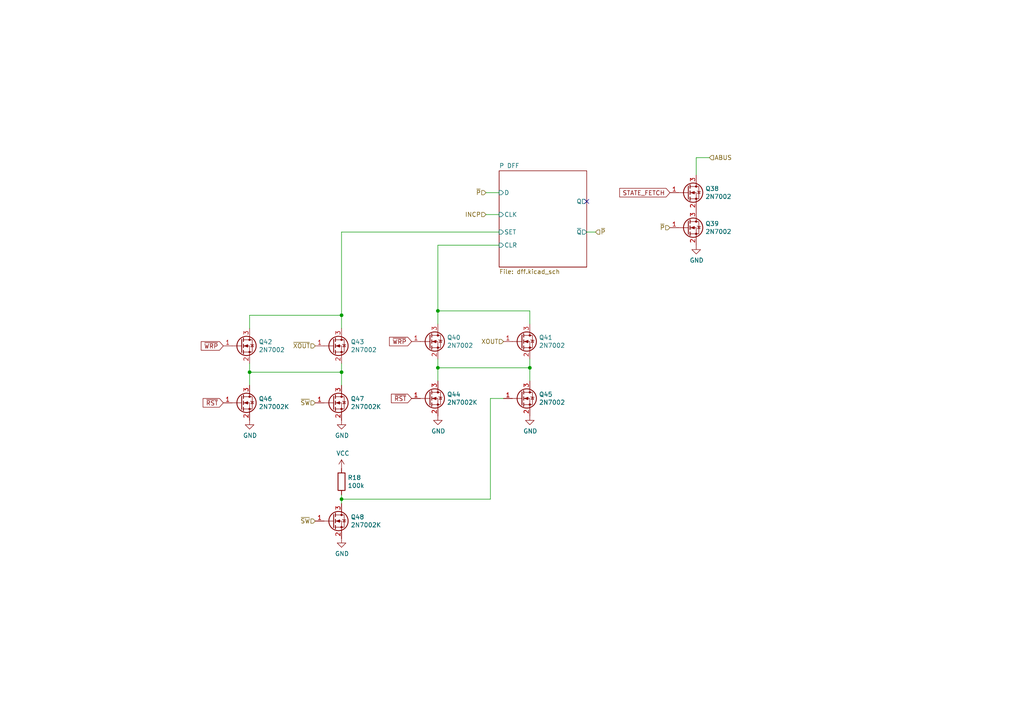
<source format=kicad_sch>
(kicad_sch (version 20230121) (generator eeschema)
  (paper "A4")
  (title_block (title "Q2 Computer") (date "2022-04-16") (rev "4c") (company "joewing.net"))
  (lib_symbols
    (symbol "Device:R" (pin_numbers hide) (pin_names (offset 0))
      (property "Reference" "R" (at 2.032 0 90))
      (property "Value" "R" (at 0 0 90))
      (symbol "R_0_1"
        (rectangle (start -1.016 -2.54) (end 1.016 2.54) (stroke (width 0.254)))
      )
      (symbol "R_1_1"
        (pin passive line (at 0 3.81 270) (length 1.27) (name "~") (number "1"))
        (pin passive line (at 0 -3.81 90) (length 1.27) (name "~") (number "2"))
      )
    )
    (symbol "Transistor_FET:2N7002" (pin_names hide)
      (property "Reference" "Q" (at 5.08 1.905 0))
      (property "Value" "2N7002" (at 5.08 0 0))
      (symbol "2N7002_0_1"
        (polyline (pts (xy 0.254 0) (xy -2.54 0)))
        (polyline (pts (xy 0.254 1.905) (xy 0.254 -1.905)) (stroke (width 0.254)))
        (polyline (pts (xy 0.762 -1.27) (xy 0.762 -2.286)) (stroke (width 0.254)))
        (polyline (pts (xy 0.762 0.508) (xy 0.762 -0.508)) (stroke (width 0.254)))
        (polyline (pts (xy 0.762 2.286) (xy 0.762 1.27)) (stroke (width 0.254)))
        (polyline (pts (xy 2.54 2.54) (xy 2.54 1.778)))
        (polyline (pts (xy 2.54 -2.54) (xy 2.54 0) (xy 0.762 0)))
        (polyline (pts (xy 0.762 -1.778) (xy 3.302 -1.778) (xy 3.302 1.778) (xy 0.762 1.778)))
        (polyline (pts (xy 1.016 0) (xy 2.032 0.381) (xy 2.032 -0.381) (xy 1.016 0)) (fill (type outline)))
        (polyline (pts (xy 2.794 0.508) (xy 2.921 0.381) (xy 3.683 0.381) (xy 3.81 0.254)))
        (polyline (pts (xy 3.302 0.381) (xy 2.921 -0.254) (xy 3.683 -0.254) (xy 3.302 0.381)))
        (circle (center 1.651 0) (radius 2.794) (stroke (width 0.254)))
        (circle (center 2.54 -1.778) (radius 0.254) (fill (type outline)))
        (circle (center 2.54 1.778) (radius 0.254) (fill (type outline)))
      )
      (symbol "2N7002_1_1"
        (pin input line (at -5.08 0 0) (length 2.54) (name "G") (number "1"))
        (pin passive line (at 2.54 -5.08 90) (length 2.54) (name "S") (number "2"))
        (pin passive line (at 2.54 5.08 270) (length 2.54) (name "D") (number "3"))
      )
    )
    (symbol "power:GND" (power) (pin_names (offset 0))
      (property "Value" "GND" (at 0 -3.81 0))
      (symbol "GND_0_1"
        (polyline (pts (xy 0 0) (xy 0 -1.27) (xy 1.27 -1.27) (xy 0 -2.54) (xy -1.27 -1.27) (xy 0 -1.27)))
      )
      (symbol "GND_1_1"
        (pin power_in line (at 0 0 270) (length 0) hide (name "GND") (number "1"))
      )
    )
    (symbol "power:VCC" (power) (pin_names (offset 0))
      (property "Value" "VCC" (at 0 3.81 0))
      (symbol "VCC_0_1"
        (polyline (pts (xy -0.762 1.27) (xy 0 2.54)))
        (polyline (pts (xy 0 0) (xy 0 2.54)))
        (polyline (pts (xy 0 2.54) (xy 0.762 1.27)))
      )
      (symbol "VCC_1_1"
        (pin power_in line (at 0 0 90) (length 0) hide (name "VCC") (number "1"))
      )
    )
  )
  (junction (at 153.67 106.68))
  (junction (at 99.06 144.78))
  (junction (at 99.06 107.95))
  (junction (at 127 106.68))
  (junction (at 99.06 91.44))
  (junction (at 127 90.17))
  (junction (at 72.39 107.95))
  (no_connect (at 170.18 58.42))
  (wire (pts (xy 142.24 115.57) (xy 146.05 115.57)))
  (wire (pts (xy 127 90.17) (xy 153.67 90.17)))
  (wire (pts (xy 99.06 107.95) (xy 99.06 105.41)))
  (wire (pts (xy 99.06 91.44) (xy 99.06 95.25)))
  (wire (pts (xy 99.06 67.31) (xy 144.78 67.31)))
  (wire (pts (xy 127 104.14) (xy 127 106.68)))
  (wire (pts (xy 142.24 144.78) (xy 142.24 115.57)))
  (wire (pts (xy 99.06 144.78) (xy 99.06 146.05)))
  (wire (pts (xy 127 90.17) (xy 127 71.12)))
  (wire (pts (xy 72.39 105.41) (xy 72.39 107.95)))
  (wire (pts (xy 172.72 67.31) (xy 170.18 67.31)))
  (wire (pts (xy 99.06 143.51) (xy 99.06 144.78)))
  (wire (pts (xy 205.74 45.72) (xy 201.93 45.72)))
  (wire (pts (xy 153.67 90.17) (xy 153.67 93.98)))
  (wire (pts (xy 99.06 91.44) (xy 99.06 67.31)))
  (wire (pts (xy 127 93.98) (xy 127 90.17)))
  (wire (pts (xy 140.97 55.88) (xy 144.78 55.88)))
  (wire (pts (xy 72.39 91.44) (xy 99.06 91.44)))
  (wire (pts (xy 72.39 95.25) (xy 72.39 91.44)))
  (wire (pts (xy 127 106.68) (xy 153.67 106.68)))
  (wire (pts (xy 140.97 62.23) (xy 144.78 62.23)))
  (wire (pts (xy 127 71.12) (xy 144.78 71.12)))
  (wire (pts (xy 153.67 106.68) (xy 153.67 104.14)))
  (wire (pts (xy 72.39 107.95) (xy 99.06 107.95)))
  (wire (pts (xy 127 106.68) (xy 127 110.49)))
  (wire (pts (xy 99.06 144.78) (xy 142.24 144.78)))
  (wire (pts (xy 153.67 106.68) (xy 153.67 110.49)))
  (wire (pts (xy 201.93 45.72) (xy 201.93 50.8)))
  (wire (pts (xy 99.06 107.95) (xy 99.06 111.76)))
  (wire (pts (xy 72.39 107.95) (xy 72.39 111.76)))
  (global_label "~{WRP}" (shape input) (at 64.77 100.33 180) (property "Intersheetrefs" "${INTERSHEET_REFS}" (effects hide)))
  (global_label "~{WRP}" (shape input) (at 119.38 99.06 180) (property "Intersheetrefs" "${INTERSHEET_REFS}" (effects hide)))
  (global_label "STATE_FETCH" (shape input) (at 194.31 55.88 180) (property "Intersheetrefs" "${INTERSHEET_REFS}" (effects hide)))
  (global_label "~{RST}" (shape input) (at 64.77 116.84 180) (property "Intersheetrefs" "${INTERSHEET_REFS}" (effects hide)))
  (global_label "~{RST}" (shape input) (at 119.38 115.57 180) (property "Intersheetrefs" "${INTERSHEET_REFS}" (effects hide)))
  (hierarchical_label "~{SW}" (shape input) (at 91.44 116.84 180))
  (hierarchical_label "XOUT" (shape input) (at 146.05 99.06 180))
  (hierarchical_label "~{P}" (shape input) (at 172.72 67.31 0))
  (hierarchical_label "ABUS" (shape input) (at 205.74 45.72 0))
  (hierarchical_label "~{SW}" (shape input) (at 91.44 151.13 180))
  (hierarchical_label "INCP" (shape input) (at 140.97 62.23 180))
  (hierarchical_label "~{P}" (shape input) (at 140.97 55.88 180))
  (hierarchical_label "~{P}" (shape input) (at 194.31 66.04 180))
  (hierarchical_label "~{XOUT}" (shape input) (at 91.44 100.33 180))
  (symbol (lib_id "Transistor_FET:2N7002") (at 199.39 66.04 0) (unit 1)
    (property "Reference" "Q39" (at 204.5716 64.8716 0) (effects (justify left)))
    (property "Value" "2N7002" (at 204.5716 67.183 0) (effects (justify left)))
    (property "Footprint" "Package_TO_SOT_SMD:SOT-23" (effects hide))
    (property "LCSC" "C181083" (effects hide))
    (property "Manufacturer" "Guangdong Hottech" (effects hide))
    (property "Part Number" "2N7002" (effects hide))
    (property "Package" "SOT-23" (effects hide))
    (property "Type" "SMD" (effects hide))
    (instances (project "q2" (path "" (reference "Q39") (unit 1)) (path "" (reference "Q851") (unit 1)) (path "" (reference "Q109") (unit 1)) (path "" (reference "Q368") (unit 1)) (path "" (reference "Q179") (unit 1)) (path "" (reference "Q436") (unit 1)) (path "" (reference "Q249") (unit 1)) (path "" (reference "Q773") (unit 1)) (path "" (reference "Q319") (unit 1)) (path "" (reference "Q504") (unit 1)) (path "" (reference "Q919") (unit 1)) (path "" (reference "Q572") (unit 1))))
  )
  (symbol (lib_id "power:GND") (at 201.93 71.12 0) (unit 1)
    (property "Reference" "#PWR036" (effects hide))
    (property "Value" "GND" (at 202.057 75.5142 0))
    (instances (project "q2" (path "" (reference "#PWR036") (unit 1)) (path "" (reference "#PWR0736") (unit 1)) (path "" (reference "#PWR089") (unit 1)) (path "" (reference "#PWR0284") (unit 1)) (path "" (reference "#PWR0142") (unit 1)) (path "" (reference "#PWR0335") (unit 1)) (path "" (reference "#PWR0195") (unit 1)) (path "" (reference "#PWR0654") (unit 1)) (path "" (reference "#PWR0248") (unit 1)) (path "" (reference "#PWR0386") (unit 1)) (path "" (reference "#PWR0787") (unit 1)) (path "" (reference "#PWR0437") (unit 1))))
  )
  (symbol (lib_id "Transistor_FET:2N7002") (at 199.39 55.88 0) (unit 1)
    (property "Reference" "Q38" (at 204.5716 54.7116 0) (effects (justify left)))
    (property "Value" "2N7002" (at 204.5716 57.023 0) (effects (justify left)))
    (property "Footprint" "Package_TO_SOT_SMD:SOT-23" (effects hide))
    (property "LCSC" "C181083" (effects hide))
    (property "Manufacturer" "Guangdong Hottech" (effects hide))
    (property "Part Number" "2N7002" (effects hide))
    (property "Package" "SOT-23" (effects hide))
    (property "Type" "SMD" (effects hide))
    (instances (project "q2" (path "" (reference "Q38") (unit 1)) (path "" (reference "Q850") (unit 1)) (path "" (reference "Q108") (unit 1)) (path "" (reference "Q367") (unit 1)) (path "" (reference "Q178") (unit 1)) (path "" (reference "Q435") (unit 1)) (path "" (reference "Q248") (unit 1)) (path "" (reference "Q772") (unit 1)) (path "" (reference "Q318") (unit 1)) (path "" (reference "Q503") (unit 1)) (path "" (reference "Q918") (unit 1)) (path "" (reference "Q571") (unit 1))))
  )
  (symbol (lib_id "Transistor_FET:2N7002") (at 151.13 99.06 0) (unit 1)
    (property "Reference" "Q41" (at 156.3116 97.8916 0) (effects (justify left)))
    (property "Value" "2N7002" (at 156.3116 100.203 0) (effects (justify left)))
    (property "Footprint" "Package_TO_SOT_SMD:SOT-23" (effects hide))
    (property "LCSC" "C181083" (effects hide))
    (property "Manufacturer" "Guangdong Hottech" (effects hide))
    (property "Part Number" "2N7002" (effects hide))
    (property "Package" "SOT-23" (effects hide))
    (property "Type" "SMD" (effects hide))
    (instances (project "q2" (path "" (reference "Q41") (unit 1)) (path "" (reference "Q853") (unit 1)) (path "" (reference "Q111") (unit 1)) (path "" (reference "Q370") (unit 1)) (path "" (reference "Q181") (unit 1)) (path "" (reference "Q438") (unit 1)) (path "" (reference "Q251") (unit 1)) (path "" (reference "Q775") (unit 1)) (path "" (reference "Q321") (unit 1)) (path "" (reference "Q506") (unit 1)) (path "" (reference "Q921") (unit 1)) (path "" (reference "Q574") (unit 1))))
  )
  (symbol (lib_id "Transistor_FET:2N7002") (at 124.46 99.06 0) (unit 1)
    (property "Reference" "Q40" (at 129.6416 97.8916 0) (effects (justify left)))
    (property "Value" "2N7002" (at 129.6416 100.203 0) (effects (justify left)))
    (property "Footprint" "Package_TO_SOT_SMD:SOT-23" (effects hide))
    (property "LCSC" "C181083" (effects hide))
    (property "Manufacturer" "Guangdong Hottech" (effects hide))
    (property "Part Number" "2N7002" (effects hide))
    (property "Package" "SOT-23" (effects hide))
    (property "Type" "SMD" (effects hide))
    (instances (project "q2" (path "" (reference "Q40") (unit 1)) (path "" (reference "Q852") (unit 1)) (path "" (reference "Q110") (unit 1)) (path "" (reference "Q369") (unit 1)) (path "" (reference "Q180") (unit 1)) (path "" (reference "Q437") (unit 1)) (path "" (reference "Q250") (unit 1)) (path "" (reference "Q774") (unit 1)) (path "" (reference "Q320") (unit 1)) (path "" (reference "Q505") (unit 1)) (path "" (reference "Q920") (unit 1)) (path "" (reference "Q573") (unit 1))))
  )
  (symbol (lib_id "power:GND") (at 127 120.65 0) (unit 1)
    (property "Reference" "#PWR037" (effects hide))
    (property "Value" "GND" (at 127.127 125.0442 0))
    (instances (project "q2" (path "" (reference "#PWR037") (unit 1)) (path "" (reference "#PWR0737") (unit 1)) (path "" (reference "#PWR090") (unit 1)) (path "" (reference "#PWR0285") (unit 1)) (path "" (reference "#PWR0143") (unit 1)) (path "" (reference "#PWR0336") (unit 1)) (path "" (reference "#PWR0196") (unit 1)) (path "" (reference "#PWR0655") (unit 1)) (path "" (reference "#PWR0249") (unit 1)) (path "" (reference "#PWR0387") (unit 1)) (path "" (reference "#PWR0788") (unit 1)) (path "" (reference "#PWR0438") (unit 1))))
  )
  (symbol (lib_id "Transistor_FET:2N7002") (at 151.13 115.57 0) (unit 1)
    (property "Reference" "Q45" (at 156.3116 114.4016 0) (effects (justify left)))
    (property "Value" "2N7002" (at 156.3116 116.713 0) (effects (justify left)))
    (property "Footprint" "Package_TO_SOT_SMD:SOT-23" (effects hide))
    (property "LCSC" "C181083" (effects hide))
    (property "Manufacturer" "Guangdong Hottech" (effects hide))
    (property "Part Number" "2N7002" (effects hide))
    (property "Package" "SOT-23" (effects hide))
    (property "Type" "SMD" (effects hide))
    (instances (project "q2" (path "" (reference "Q45") (unit 1)) (path "" (reference "Q857") (unit 1)) (path "" (reference "Q115") (unit 1)) (path "" (reference "Q374") (unit 1)) (path "" (reference "Q185") (unit 1)) (path "" (reference "Q442") (unit 1)) (path "" (reference "Q255") (unit 1)) (path "" (reference "Q779") (unit 1)) (path "" (reference "Q325") (unit 1)) (path "" (reference "Q510") (unit 1)) (path "" (reference "Q925") (unit 1)) (path "" (reference "Q578") (unit 1))))
  )
  (symbol (lib_id "Transistor_FET:2N7002") (at 124.46 115.57 0) (unit 1)
    (property "Reference" "Q44" (at 129.6416 114.4016 0) (effects (justify left)))
    (property "Value" "2N7002K" (at 129.6416 116.713 0) (effects (justify left)))
    (property "Footprint" "Package_TO_SOT_SMD:SOT-23" (effects hide))
    (property "LCSC" "C181083" (effects hide))
    (property "Manufacturer" "Guangdong Hottech" (effects hide))
    (property "Part Number" "2N7002K" (effects hide))
    (property "Package" "SOT-23" (effects hide))
    (property "Type" "SMD" (effects hide))
    (instances (project "q2" (path "" (reference "Q44") (unit 1)) (path "" (reference "Q856") (unit 1)) (path "" (reference "Q114") (unit 1)) (path "" (reference "Q373") (unit 1)) (path "" (reference "Q184") (unit 1)) (path "" (reference "Q441") (unit 1)) (path "" (reference "Q254") (unit 1)) (path "" (reference "Q778") (unit 1)) (path "" (reference "Q324") (unit 1)) (path "" (reference "Q509") (unit 1)) (path "" (reference "Q924") (unit 1)) (path "" (reference "Q577") (unit 1))))
  )
  (symbol (lib_id "power:GND") (at 153.67 120.65 0) (unit 1)
    (property "Reference" "#PWR038" (effects hide))
    (property "Value" "GND" (at 153.797 125.0442 0))
    (instances (project "q2" (path "" (reference "#PWR038") (unit 1)) (path "" (reference "#PWR0738") (unit 1)) (path "" (reference "#PWR091") (unit 1)) (path "" (reference "#PWR0286") (unit 1)) (path "" (reference "#PWR0144") (unit 1)) (path "" (reference "#PWR0337") (unit 1)) (path "" (reference "#PWR0197") (unit 1)) (path "" (reference "#PWR0656") (unit 1)) (path "" (reference "#PWR0250") (unit 1)) (path "" (reference "#PWR0388") (unit 1)) (path "" (reference "#PWR0789") (unit 1)) (path "" (reference "#PWR0439") (unit 1))))
  )
  (symbol (lib_id "Transistor_FET:2N7002") (at 96.52 151.13 0) (unit 1)
    (property "Reference" "Q48" (at 101.7016 149.9616 0) (effects (justify left)))
    (property "Value" "2N7002K" (at 101.7016 152.273 0) (effects (justify left)))
    (property "Footprint" "Package_TO_SOT_SMD:SOT-23" (effects hide))
    (property "LCSC" "C181083" (effects hide))
    (property "Manufacturer" "Guangdong Hottech" (effects hide))
    (property "Part Number" "2N7002K" (effects hide))
    (property "Package" "SOT-23" (effects hide))
    (property "Type" "SMD" (effects hide))
    (instances (project "q2" (path "" (reference "Q48") (unit 1)) (path "" (reference "Q860") (unit 1)) (path "" (reference "Q118") (unit 1)) (path "" (reference "Q377") (unit 1)) (path "" (reference "Q188") (unit 1)) (path "" (reference "Q445") (unit 1)) (path "" (reference "Q258") (unit 1)) (path "" (reference "Q782") (unit 1)) (path "" (reference "Q328") (unit 1)) (path "" (reference "Q513") (unit 1)) (path "" (reference "Q928") (unit 1)) (path "" (reference "Q581") (unit 1))))
  )
  (symbol (lib_id "power:GND") (at 99.06 156.21 0) (unit 1)
    (property "Reference" "#PWR042" (effects hide))
    (property "Value" "GND" (at 99.187 160.6042 0))
    (instances (project "q2" (path "" (reference "#PWR042") (unit 1)) (path "" (reference "#PWR0742") (unit 1)) (path "" (reference "#PWR095") (unit 1)) (path "" (reference "#PWR0290") (unit 1)) (path "" (reference "#PWR0148") (unit 1)) (path "" (reference "#PWR0341") (unit 1)) (path "" (reference "#PWR0201") (unit 1)) (path "" (reference "#PWR0660") (unit 1)) (path "" (reference "#PWR0254") (unit 1)) (path "" (reference "#PWR0392") (unit 1)) (path "" (reference "#PWR0793") (unit 1)) (path "" (reference "#PWR0443") (unit 1))))
  )
  (symbol (lib_id "Device:R") (at 99.06 139.7 0) (unit 1)
    (property "Reference" "R18" (at 100.838 138.5316 0) (effects (justify left)))
    (property "Value" "100k" (at 100.838 140.843 0) (effects (justify left)))
    (property "Footprint" "Resistor_SMD:R_0603_1608Metric" (effects hide))
    (property "LCSC" "C25803" (effects hide))
    (property "Manufacturer" "UNI-ROYAL(Uniroyal Elec)" (effects hide))
    (property "Part Number" "0603WAF1003T5E" (effects hide))
    (property "Package" "0603" (effects hide))
    (property "Type" "SMD" (effects hide))
    (instances (project "q2" (path "" (reference "R18") (unit 1)) (path "" (reference "R378") (unit 1)) (path "" (reference "R48") (unit 1)) (path "" (reference "R160") (unit 1)) (path "" (reference "R78") (unit 1)) (path "" (reference "R190") (unit 1)) (path "" (reference "R108") (unit 1)) (path "" (reference "R345") (unit 1)) (path "" (reference "R138") (unit 1)) (path "" (reference "R220") (unit 1)) (path "" (reference "R408") (unit 1)) (path "" (reference "R250") (unit 1))))
  )
  (symbol (lib_id "power:VCC") (at 99.06 135.89 0) (unit 1)
    (property "Reference" "#PWR041" (effects hide))
    (property "Value" "VCC" (at 99.441 131.4958 0))
    (instances (project "q2" (path "" (reference "#PWR041") (unit 1)) (path "" (reference "#PWR0741") (unit 1)) (path "" (reference "#PWR094") (unit 1)) (path "" (reference "#PWR0289") (unit 1)) (path "" (reference "#PWR0147") (unit 1)) (path "" (reference "#PWR0340") (unit 1)) (path "" (reference "#PWR0200") (unit 1)) (path "" (reference "#PWR0659") (unit 1)) (path "" (reference "#PWR0253") (unit 1)) (path "" (reference "#PWR0391") (unit 1)) (path "" (reference "#PWR0792") (unit 1)) (path "" (reference "#PWR0442") (unit 1))))
  )
  (symbol (lib_id "Transistor_FET:2N7002") (at 96.52 100.33 0) (unit 1)
    (property "Reference" "Q43" (at 101.7016 99.1616 0) (effects (justify left)))
    (property "Value" "2N7002" (at 101.7016 101.473 0) (effects (justify left)))
    (property "Footprint" "Package_TO_SOT_SMD:SOT-23" (effects hide))
    (property "LCSC" "C181083" (effects hide))
    (property "Manufacturer" "Guangdong Hottech" (effects hide))
    (property "Part Number" "2N7002" (effects hide))
    (property "Package" "SOT-23" (effects hide))
    (property "Type" "SMD" (effects hide))
    (instances (project "q2" (path "" (reference "Q43") (unit 1)) (path "" (reference "Q855") (unit 1)) (path "" (reference "Q113") (unit 1)) (path "" (reference "Q372") (unit 1)) (path "" (reference "Q183") (unit 1)) (path "" (reference "Q440") (unit 1)) (path "" (reference "Q253") (unit 1)) (path "" (reference "Q777") (unit 1)) (path "" (reference "Q323") (unit 1)) (path "" (reference "Q508") (unit 1)) (path "" (reference "Q923") (unit 1)) (path "" (reference "Q576") (unit 1))))
  )
  (symbol (lib_id "Transistor_FET:2N7002") (at 69.85 100.33 0) (unit 1)
    (property "Reference" "Q42" (at 75.0316 99.1616 0) (effects (justify left)))
    (property "Value" "2N7002" (at 75.0316 101.473 0) (effects (justify left)))
    (property "Footprint" "Package_TO_SOT_SMD:SOT-23" (effects hide))
    (property "LCSC" "C181083" (effects hide))
    (property "Manufacturer" "Guangdong Hottech" (effects hide))
    (property "Part Number" "2N7002" (effects hide))
    (property "Package" "SOT-23" (effects hide))
    (property "Type" "SMD" (effects hide))
    (instances (project "q2" (path "" (reference "Q42") (unit 1)) (path "" (reference "Q854") (unit 1)) (path "" (reference "Q112") (unit 1)) (path "" (reference "Q371") (unit 1)) (path "" (reference "Q182") (unit 1)) (path "" (reference "Q439") (unit 1)) (path "" (reference "Q252") (unit 1)) (path "" (reference "Q776") (unit 1)) (path "" (reference "Q322") (unit 1)) (path "" (reference "Q507") (unit 1)) (path "" (reference "Q922") (unit 1)) (path "" (reference "Q575") (unit 1))))
  )
  (symbol (lib_id "power:GND") (at 72.39 121.92 0) (unit 1)
    (property "Reference" "#PWR039" (effects hide))
    (property "Value" "GND" (at 72.517 126.3142 0))
    (instances (project "q2" (path "" (reference "#PWR039") (unit 1)) (path "" (reference "#PWR0739") (unit 1)) (path "" (reference "#PWR092") (unit 1)) (path "" (reference "#PWR0287") (unit 1)) (path "" (reference "#PWR0145") (unit 1)) (path "" (reference "#PWR0338") (unit 1)) (path "" (reference "#PWR0198") (unit 1)) (path "" (reference "#PWR0657") (unit 1)) (path "" (reference "#PWR0251") (unit 1)) (path "" (reference "#PWR0389") (unit 1)) (path "" (reference "#PWR0790") (unit 1)) (path "" (reference "#PWR0440") (unit 1))))
  )
  (symbol (lib_id "Transistor_FET:2N7002") (at 96.52 116.84 0) (unit 1)
    (property "Reference" "Q47" (at 101.7016 115.6716 0) (effects (justify left)))
    (property "Value" "2N7002K" (at 101.7016 117.983 0) (effects (justify left)))
    (property "Footprint" "Package_TO_SOT_SMD:SOT-23" (effects hide))
    (property "LCSC" "C181083" (effects hide))
    (property "Manufacturer" "Guangdong Hottech" (effects hide))
    (property "Part Number" "2N7002K" (effects hide))
    (property "Package" "SOT-23" (effects hide))
    (property "Type" "SMD" (effects hide))
    (instances (project "q2" (path "" (reference "Q47") (unit 1)) (path "" (reference "Q859") (unit 1)) (path "" (reference "Q117") (unit 1)) (path "" (reference "Q376") (unit 1)) (path "" (reference "Q187") (unit 1)) (path "" (reference "Q444") (unit 1)) (path "" (reference "Q257") (unit 1)) (path "" (reference "Q781") (unit 1)) (path "" (reference "Q327") (unit 1)) (path "" (reference "Q512") (unit 1)) (path "" (reference "Q927") (unit 1)) (path "" (reference "Q580") (unit 1))))
  )
  (symbol (lib_id "Transistor_FET:2N7002") (at 69.85 116.84 0) (unit 1)
    (property "Reference" "Q46" (at 75.0316 115.6716 0) (effects (justify left)))
    (property "Value" "2N7002K" (at 75.0316 117.983 0) (effects (justify left)))
    (property "Footprint" "Package_TO_SOT_SMD:SOT-23" (effects hide))
    (property "LCSC" "C181083" (effects hide))
    (property "Manufacturer" "Guangdong Hottech" (effects hide))
    (property "Part Number" "2N7002K" (effects hide))
    (property "Package" "SOT-23" (effects hide))
    (property "Type" "SMD" (effects hide))
    (instances (project "q2" (path "" (reference "Q46") (unit 1)) (path "" (reference "Q858") (unit 1)) (path "" (reference "Q116") (unit 1)) (path "" (reference "Q375") (unit 1)) (path "" (reference "Q186") (unit 1)) (path "" (reference "Q443") (unit 1)) (path "" (reference "Q256") (unit 1)) (path "" (reference "Q780") (unit 1)) (path "" (reference "Q326") (unit 1)) (path "" (reference "Q511") (unit 1)) (path "" (reference "Q926") (unit 1)) (path "" (reference "Q579") (unit 1))))
  )
  (symbol (lib_id "power:GND") (at 99.06 121.92 0) (unit 1)
    (property "Reference" "#PWR040" (effects hide))
    (property "Value" "GND" (at 99.187 126.3142 0))
    (instances (project "q2" (path "" (reference "#PWR040") (unit 1)) (path "" (reference "#PWR0740") (unit 1)) (path "" (reference "#PWR093") (unit 1)) (path "" (reference "#PWR0288") (unit 1)) (path "" (reference "#PWR0146") (unit 1)) (path "" (reference "#PWR0339") (unit 1)) (path "" (reference "#PWR0199") (unit 1)) (path "" (reference "#PWR0658") (unit 1)) (path "" (reference "#PWR0252") (unit 1)) (path "" (reference "#PWR0390") (unit 1)) (path "" (reference "#PWR0791") (unit 1)) (path "" (reference "#PWR0441") (unit 1))))
  )
  (sheet (at 144.78 49.53) (size 25.4 27.94)
    (property "Sheetname" "P DFF" (at 144.78 48.8184 0) (effects (justify left bottom)))
    (property "Sheetfile" "dff.kicad_sch" (at 144.78 78.0546 0) (effects (justify left top)))
    (pin "D" input (at 144.78 55.88 180))
    (pin "CLK" input (at 144.78 62.23 180))
    (pin "Q" output (at 170.18 58.42 0))
    (pin "~{Q}" output (at 170.18 67.31 0))
    (pin "SET" input (at 144.78 67.31 180))
    (pin "CLR" input (at 144.78 71.12 180))
  )
)
</source>
